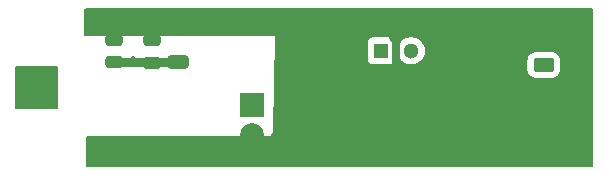
<source format=gbr>
%TF.GenerationSoftware,KiCad,Pcbnew,9.0.5*%
%TF.CreationDate,2025-10-22T19:19:06+02:00*%
%TF.ProjectId,Sonda Fetprobe,536f6e64-6120-4466-9574-70726f62652e,rev?*%
%TF.SameCoordinates,Original*%
%TF.FileFunction,Copper,L6,Bot*%
%TF.FilePolarity,Positive*%
%FSLAX46Y46*%
G04 Gerber Fmt 4.6, Leading zero omitted, Abs format (unit mm)*
G04 Created by KiCad (PCBNEW 9.0.5) date 2025-10-22 19:19:06*
%MOMM*%
%LPD*%
G01*
G04 APERTURE LIST*
G04 Aperture macros list*
%AMRoundRect*
0 Rectangle with rounded corners*
0 $1 Rounding radius*
0 $2 $3 $4 $5 $6 $7 $8 $9 X,Y pos of 4 corners*
0 Add a 4 corners polygon primitive as box body*
4,1,4,$2,$3,$4,$5,$6,$7,$8,$9,$2,$3,0*
0 Add four circle primitives for the rounded corners*
1,1,$1+$1,$2,$3*
1,1,$1+$1,$4,$5*
1,1,$1+$1,$6,$7*
1,1,$1+$1,$8,$9*
0 Add four rect primitives between the rounded corners*
20,1,$1+$1,$2,$3,$4,$5,0*
20,1,$1+$1,$4,$5,$6,$7,0*
20,1,$1+$1,$6,$7,$8,$9,0*
20,1,$1+$1,$8,$9,$2,$3,0*%
G04 Aperture macros list end*
%TA.AperFunction,Conductor*%
%ADD10C,0.200000*%
%TD*%
%TA.AperFunction,ComponentPad*%
%ADD11R,1.300000X1.300000*%
%TD*%
%TA.AperFunction,ComponentPad*%
%ADD12C,1.300000*%
%TD*%
%TA.AperFunction,ComponentPad*%
%ADD13RoundRect,0.250000X0.625000X-0.350000X0.625000X0.350000X-0.625000X0.350000X-0.625000X-0.350000X0*%
%TD*%
%TA.AperFunction,ComponentPad*%
%ADD14O,1.750000X1.200000*%
%TD*%
%TA.AperFunction,ComponentPad*%
%ADD15R,2.000000X2.000000*%
%TD*%
%TA.AperFunction,ComponentPad*%
%ADD16C,2.000000*%
%TD*%
%TA.AperFunction,SMDPad,CuDef*%
%ADD17RoundRect,0.250000X0.475000X-0.250000X0.475000X0.250000X-0.475000X0.250000X-0.475000X-0.250000X0*%
%TD*%
%TA.AperFunction,SMDPad,CuDef*%
%ADD18RoundRect,0.250000X0.650000X-0.325000X0.650000X0.325000X-0.650000X0.325000X-0.650000X-0.325000X0*%
%TD*%
%TA.AperFunction,ViaPad*%
%ADD19C,0.500000*%
%TD*%
%TA.AperFunction,Conductor*%
%ADD20C,0.800000*%
%TD*%
%TA.AperFunction,Conductor*%
%ADD21C,0.700000*%
%TD*%
G04 APERTURE END LIST*
%TO.N,Net-(Q1-G1)*%
D10*
X122250000Y-85650000D02*
X125750000Y-85650000D01*
X125750000Y-89150000D01*
X122250000Y-89150000D01*
X122250000Y-85650000D01*
%TA.AperFunction,Conductor*%
G36*
X122250000Y-85650000D02*
G01*
X125750000Y-85650000D01*
X125750000Y-89150000D01*
X122250000Y-89150000D01*
X122250000Y-85650000D01*
G37*
%TD.AperFunction*%
%TD*%
D11*
%TO.P,U1,1,VO*%
%TO.N,+9V*%
X153200000Y-84290000D03*
D12*
%TO.P,U1,2,GND*%
%TO.N,GND*%
X154470000Y-83020000D03*
%TO.P,U1,3,VI*%
%TO.N,Net-(D2-K)*%
X155740000Y-84290000D03*
%TD*%
D13*
%TO.P,J2,1,Pin_1*%
%TO.N,Net-(D2-A)*%
X166950000Y-85500000D03*
D14*
%TO.P,J2,2,Pin_2*%
%TO.N,GND*%
X166950000Y-83500000D03*
%TD*%
D15*
%TO.P,J1,1,Pin_1*%
%TO.N,Net-(J1-Pin_1)*%
X142280000Y-88850000D03*
D16*
%TO.P,J1,2,Pin_2*%
%TO.N,GND*%
X142280000Y-91390000D03*
%TD*%
D17*
%TO.P,C1,1*%
%TO.N,Net-(C1-Pad1)*%
X130580000Y-85250000D03*
%TO.P,C1,2*%
%TO.N,GND*%
X130580000Y-83350000D03*
%TD*%
D18*
%TO.P,C4,1*%
%TO.N,Net-(C1-Pad1)*%
X136000000Y-85275000D03*
%TO.P,C4,2*%
%TO.N,GND*%
X136000000Y-82325000D03*
%TD*%
D17*
%TO.P,C3,1*%
%TO.N,Net-(C1-Pad1)*%
X133800000Y-85300000D03*
%TO.P,C3,2*%
%TO.N,GND*%
X133800000Y-83400000D03*
%TD*%
D19*
%TO.N,Net-(C1-Pad1)*%
X132200000Y-84947500D03*
%TO.N,GND*%
X140100000Y-81300000D03*
X136100000Y-81300000D03*
X132200000Y-81300000D03*
X144100000Y-91400000D03*
X133850000Y-82700000D03*
X132460000Y-92890000D03*
X129280000Y-92910000D03*
X147000000Y-82300000D03*
X138100000Y-81300000D03*
X142300000Y-93100000D03*
X170150000Y-90560000D03*
X142211118Y-81214466D03*
X143450000Y-82150000D03*
X166950000Y-82200000D03*
X157600000Y-81650000D03*
X154500000Y-81700000D03*
X148570000Y-81300000D03*
X150800000Y-83050000D03*
X138350000Y-92900000D03*
X150680000Y-92350000D03*
X134500000Y-93450000D03*
X168500000Y-83500000D03*
X167100000Y-90550000D03*
X165350000Y-83550000D03*
X130580000Y-82650000D03*
X136550000Y-92900000D03*
X128744072Y-82281111D03*
X130890000Y-92910000D03*
X140050000Y-92900000D03*
X154470000Y-85700000D03*
X157650000Y-90500000D03*
%TD*%
D20*
%TO.N,Net-(C1-Pad1)*%
X130580000Y-85250000D02*
X135825000Y-85250000D01*
D21*
%TO.N,GND*%
X154470000Y-83020000D02*
X154470000Y-85700000D01*
X130580000Y-83350000D02*
X130580000Y-82650000D01*
X133800000Y-83400000D02*
X133800000Y-82750000D01*
X133800000Y-82750000D02*
X133850000Y-82700000D01*
%TD*%
%TA.AperFunction,Conductor*%
%TO.N,GND*%
G36*
X171092539Y-80720185D02*
G01*
X171138294Y-80772989D01*
X171149500Y-80824500D01*
X171149500Y-93975500D01*
X171129815Y-94042539D01*
X171077011Y-94088294D01*
X171025500Y-94099500D01*
X128303021Y-94099500D01*
X128235982Y-94079815D01*
X128190227Y-94027011D01*
X128179022Y-93975917D01*
X128171251Y-91663160D01*
X128190710Y-91596054D01*
X128243360Y-91550122D01*
X128294973Y-91538743D01*
X144028355Y-91503966D01*
X144132764Y-86600498D01*
X144196821Y-83592135D01*
X152049500Y-83592135D01*
X152049500Y-84987870D01*
X152049501Y-84987876D01*
X152055908Y-85047483D01*
X152106202Y-85182328D01*
X152106206Y-85182335D01*
X152192452Y-85297544D01*
X152192455Y-85297547D01*
X152307664Y-85383793D01*
X152307671Y-85383797D01*
X152442517Y-85434091D01*
X152442516Y-85434091D01*
X152449444Y-85434835D01*
X152502127Y-85440500D01*
X153897872Y-85440499D01*
X153957483Y-85434091D01*
X154092331Y-85383796D01*
X154207546Y-85297546D01*
X154293796Y-85182331D01*
X154344091Y-85047483D01*
X154350500Y-84987873D01*
X154350499Y-84447125D01*
X154370183Y-84380089D01*
X154422987Y-84334334D01*
X154492146Y-84324390D01*
X154555702Y-84353415D01*
X154593476Y-84412193D01*
X154596972Y-84427729D01*
X154617829Y-84559410D01*
X154673787Y-84731636D01*
X154673788Y-84731639D01*
X154756006Y-84892997D01*
X154862441Y-85039494D01*
X154862445Y-85039499D01*
X154990500Y-85167554D01*
X154990505Y-85167558D01*
X155118287Y-85260396D01*
X155137006Y-85273996D01*
X155242484Y-85327740D01*
X155298360Y-85356211D01*
X155298363Y-85356212D01*
X155383251Y-85383793D01*
X155470591Y-85412171D01*
X155553429Y-85425291D01*
X155649449Y-85440500D01*
X155649454Y-85440500D01*
X155830551Y-85440500D01*
X155917259Y-85426765D01*
X156009409Y-85412171D01*
X156181639Y-85356211D01*
X156342994Y-85273996D01*
X156489501Y-85167553D01*
X156557071Y-85099983D01*
X165574500Y-85099983D01*
X165574500Y-85900001D01*
X165574501Y-85900019D01*
X165585000Y-86002796D01*
X165585001Y-86002799D01*
X165640185Y-86169331D01*
X165640186Y-86169334D01*
X165732288Y-86318656D01*
X165856344Y-86442712D01*
X166005666Y-86534814D01*
X166172203Y-86589999D01*
X166274991Y-86600500D01*
X167625008Y-86600499D01*
X167727797Y-86589999D01*
X167894334Y-86534814D01*
X168043656Y-86442712D01*
X168167712Y-86318656D01*
X168259814Y-86169334D01*
X168314999Y-86002797D01*
X168325500Y-85900009D01*
X168325499Y-85099992D01*
X168314999Y-84997203D01*
X168259814Y-84830666D01*
X168167712Y-84681344D01*
X168043656Y-84557288D01*
X167894334Y-84465186D01*
X167727797Y-84410001D01*
X167727795Y-84410000D01*
X167625010Y-84399500D01*
X166274998Y-84399500D01*
X166274981Y-84399501D01*
X166172203Y-84410000D01*
X166172200Y-84410001D01*
X166005668Y-84465185D01*
X166005663Y-84465187D01*
X165856342Y-84557289D01*
X165732289Y-84681342D01*
X165640187Y-84830663D01*
X165640185Y-84830668D01*
X165612349Y-84914670D01*
X165585001Y-84997203D01*
X165585001Y-84997204D01*
X165585000Y-84997204D01*
X165574500Y-85099983D01*
X156557071Y-85099983D01*
X156617553Y-85039501D01*
X156648284Y-84997204D01*
X156660947Y-84979772D01*
X156723996Y-84892994D01*
X156806211Y-84731639D01*
X156862171Y-84559409D01*
X156877095Y-84465185D01*
X156890500Y-84380551D01*
X156890500Y-84199448D01*
X156874019Y-84095397D01*
X156862171Y-84020591D01*
X156806211Y-83848361D01*
X156806211Y-83848360D01*
X156777740Y-83792484D01*
X156723996Y-83687006D01*
X156655069Y-83592135D01*
X156617558Y-83540505D01*
X156617554Y-83540500D01*
X156489499Y-83412445D01*
X156489494Y-83412441D01*
X156342997Y-83306006D01*
X156342996Y-83306005D01*
X156342994Y-83306004D01*
X156291300Y-83279664D01*
X156181639Y-83223788D01*
X156181636Y-83223787D01*
X156009410Y-83167829D01*
X155830551Y-83139500D01*
X155830546Y-83139500D01*
X155649454Y-83139500D01*
X155649449Y-83139500D01*
X155470589Y-83167829D01*
X155298363Y-83223787D01*
X155298360Y-83223788D01*
X155137002Y-83306006D01*
X154990505Y-83412441D01*
X154990500Y-83412445D01*
X154862445Y-83540500D01*
X154862441Y-83540505D01*
X154756006Y-83687002D01*
X154673788Y-83848360D01*
X154673787Y-83848363D01*
X154617829Y-84020589D01*
X154596972Y-84152271D01*
X154567042Y-84215405D01*
X154507731Y-84252336D01*
X154437868Y-84251338D01*
X154379636Y-84212728D01*
X154351522Y-84148764D01*
X154350499Y-84132872D01*
X154350499Y-83592129D01*
X154350498Y-83592123D01*
X154350497Y-83592116D01*
X154344091Y-83532517D01*
X154293796Y-83397669D01*
X154293795Y-83397668D01*
X154293793Y-83397664D01*
X154207547Y-83282455D01*
X154207544Y-83282452D01*
X154092335Y-83196206D01*
X154092328Y-83196202D01*
X153957482Y-83145908D01*
X153957483Y-83145908D01*
X153897883Y-83139501D01*
X153897881Y-83139500D01*
X153897873Y-83139500D01*
X153897864Y-83139500D01*
X152502129Y-83139500D01*
X152502123Y-83139501D01*
X152442516Y-83145908D01*
X152307671Y-83196202D01*
X152307664Y-83196206D01*
X152192455Y-83282452D01*
X152192452Y-83282455D01*
X152106206Y-83397664D01*
X152106202Y-83397671D01*
X152055908Y-83532517D01*
X152050141Y-83586166D01*
X152049501Y-83592123D01*
X152049500Y-83592135D01*
X144196821Y-83592135D01*
X144196948Y-83586166D01*
X144208790Y-83030000D01*
X128161541Y-83030000D01*
X128094502Y-83010315D01*
X128048747Y-82957511D01*
X128037543Y-82905368D01*
X128048147Y-80823868D01*
X128068172Y-80756930D01*
X128121209Y-80711445D01*
X128172145Y-80700500D01*
X171025500Y-80700500D01*
X171092539Y-80720185D01*
G37*
%TD.AperFunction*%
%TD*%
M02*

</source>
